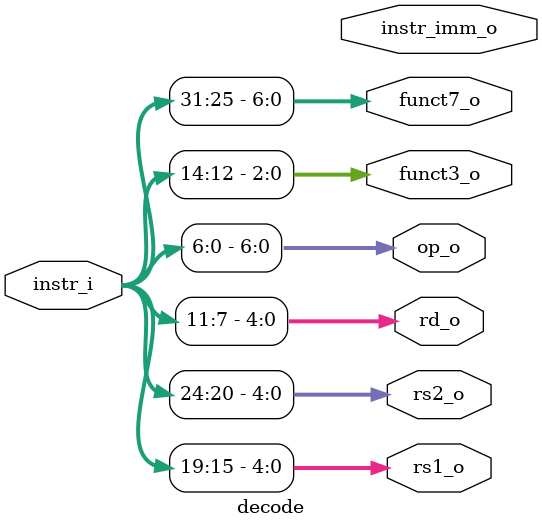
<source format=sv>
module decode(

  input   logic  [31:0]  instr_i,
  output  logic [4:0]   rs1_o,
  output  logic [4:0]   rs2_o,
  output  logic [4:0]   rd_o,
  output  logic [6:0]   op_o,
  output  logic [2:0]   funct3_o,
  output  logic [6:0]   funct7_o,
  output  logic [31:0]  instr_imm_o
);
  
//This module is used to decode the different fields of the risc v instruction    
  assign funct7_o = instr_i[31:25];
  assign rs2_o = instr_i[24:20];
  assign rs1_o = instr_i[19:15];
  assign funct3_o = instr_i[14:12];
  assign rd_o = instr_i[11:7];
  assign op_o = instr_i[6:0];
            
  
endmodule
</source>
